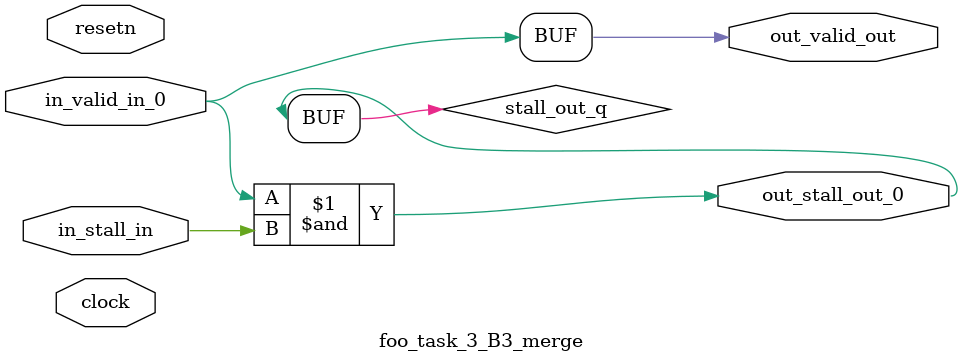
<source format=sv>



(* altera_attribute = "-name AUTO_SHIFT_REGISTER_RECOGNITION OFF; -name MESSAGE_DISABLE 10036; -name MESSAGE_DISABLE 10037; -name MESSAGE_DISABLE 14130; -name MESSAGE_DISABLE 14320; -name MESSAGE_DISABLE 15400; -name MESSAGE_DISABLE 14130; -name MESSAGE_DISABLE 10036; -name MESSAGE_DISABLE 12020; -name MESSAGE_DISABLE 12030; -name MESSAGE_DISABLE 12010; -name MESSAGE_DISABLE 12110; -name MESSAGE_DISABLE 14320; -name MESSAGE_DISABLE 13410; -name MESSAGE_DISABLE 113007; -name MESSAGE_DISABLE 10958" *)
module foo_task_3_B3_merge (
    input wire [0:0] in_stall_in,
    input wire [0:0] in_valid_in_0,
    output wire [0:0] out_stall_out_0,
    output wire [0:0] out_valid_out,
    input wire clock,
    input wire resetn
    );

    wire [0:0] stall_out_q;


    // stall_out(LOGICAL,6)
    assign stall_out_q = in_valid_in_0 & in_stall_in;

    // out_stall_out_0(GPOUT,4)
    assign out_stall_out_0 = stall_out_q;

    // out_valid_out(GPOUT,5)
    assign out_valid_out = in_valid_in_0;

endmodule

</source>
